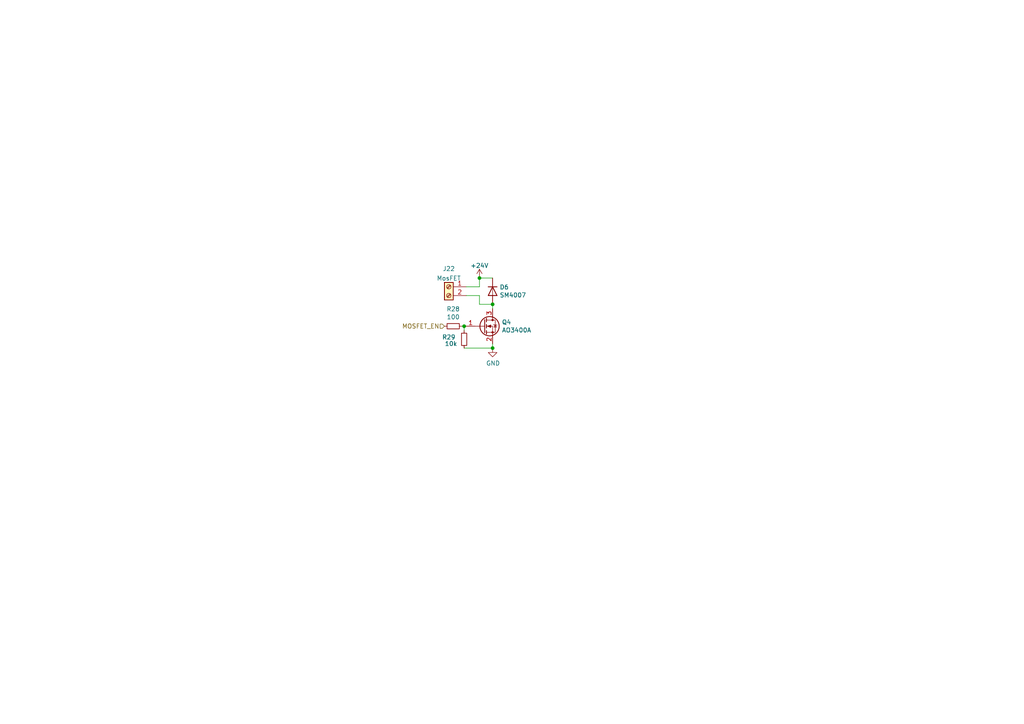
<source format=kicad_sch>
(kicad_sch (version 20211123) (generator eeschema)
  (paper "A4")
  (lib_symbols
    (symbol "Connector:Screw_Terminal_01x02" (pin_names (offset 1.016) hide)
      (property "Reference" "J" (at 0 2.54 0))
      (property "Value" "Screw_Terminal_01x02" (at 0 -5.08 0))
      (symbol "Screw_Terminal_01x02_1_1"
        (rectangle (start -1.27 1.27) (end 1.27 -3.81) (stroke (width 0.254)) (fill (type background)))
        (circle (center 0 -2.54) (radius 0.635) (stroke (width 0.1524)))
        (polyline (pts (xy -0.5334 -2.2098) (xy 0.3302 -3.048)) (stroke (width 0.1524)))
        (polyline (pts (xy -0.5334 0.3302) (xy 0.3302 -0.508)) (stroke (width 0.1524)))
        (polyline (pts (xy -0.3556 -2.032) (xy 0.508 -2.8702)) (stroke (width 0.1524)))
        (polyline (pts (xy -0.3556 0.508) (xy 0.508 -0.3302)) (stroke (width 0.1524)))
        (circle (center 0 0) (radius 0.635) (stroke (width 0.1524)))
        (pin passive line (at -5.08 0 0) (length 3.81) (name "Pin_1") (number "1"))
        (pin passive line (at -5.08 -2.54 0) (length 3.81) (name "Pin_2") (number "2"))
      )
    )
    (symbol "Device:R_Small" (pin_numbers hide) (pin_names (offset 0.254) hide)
      (property "Reference" "R" (at 0.762 0.508 0))
      (property "Value" "R_Small" (at 0.762 -1.016 0))
      (symbol "R_Small_0_1"
        (rectangle (start -0.762 1.778) (end 0.762 -1.778) (stroke (width 0.2032)))
      )
      (symbol "R_Small_1_1"
        (pin passive line (at 0 2.54 270) (length 0.762) (name "~") (number "1"))
        (pin passive line (at 0 -2.54 90) (length 0.762) (name "~") (number "2"))
      )
    )
    (symbol "Diode:SM4007" (pin_numbers hide) (pin_names (offset 1.016) hide)
      (property "Reference" "D" (at 0 2.54 0))
      (property "Value" "SM4007" (at 0 -2.54 0))
      (symbol "SM4007_0_1"
        (polyline (pts (xy -1.27 1.27) (xy -1.27 -1.27)) (stroke (width 0.254)))
        (polyline (pts (xy 1.27 0) (xy -1.27 0)))
        (polyline (pts (xy 1.27 1.27) (xy 1.27 -1.27) (xy -1.27 0) (xy 1.27 1.27)) (stroke (width 0.254)))
      )
      (symbol "SM4007_1_1"
        (pin passive line (at -3.81 0 0) (length 2.54) (name "K") (number "1"))
        (pin passive line (at 3.81 0 180) (length 2.54) (name "A") (number "2"))
      )
    )
    (symbol "Transistor_FET:AO3400A" (pin_names hide)
      (property "Reference" "Q" (at 5.08 1.905 0))
      (property "Value" "AO3400A" (at 5.08 0 0))
      (symbol "AO3400A_0_1"
        (polyline (pts (xy 0.254 0) (xy -2.54 0)))
        (polyline (pts (xy 0.254 1.905) (xy 0.254 -1.905)) (stroke (width 0.254)))
        (polyline (pts (xy 0.762 -1.27) (xy 0.762 -2.286)) (stroke (width 0.254)))
        (polyline (pts (xy 0.762 0.508) (xy 0.762 -0.508)) (stroke (width 0.254)))
        (polyline (pts (xy 0.762 2.286) (xy 0.762 1.27)) (stroke (width 0.254)))
        (polyline (pts (xy 2.54 2.54) (xy 2.54 1.778)))
        (polyline (pts (xy 2.54 -2.54) (xy 2.54 0) (xy 0.762 0)))
        (polyline (pts (xy 0.762 -1.778) (xy 3.302 -1.778) (xy 3.302 1.778) (xy 0.762 1.778)))
        (polyline (pts (xy 1.016 0) (xy 2.032 0.381) (xy 2.032 -0.381) (xy 1.016 0)) (fill (type outline)))
        (polyline (pts (xy 2.794 0.508) (xy 2.921 0.381) (xy 3.683 0.381) (xy 3.81 0.254)))
        (polyline (pts (xy 3.302 0.381) (xy 2.921 -0.254) (xy 3.683 -0.254) (xy 3.302 0.381)))
        (circle (center 1.651 0) (radius 2.794) (stroke (width 0.254)))
        (circle (center 2.54 -1.778) (radius 0.254) (fill (type outline)))
        (circle (center 2.54 1.778) (radius 0.254) (fill (type outline)))
      )
      (symbol "AO3400A_1_1"
        (pin input line (at -5.08 0 0) (length 2.54) (name "G") (number "1"))
        (pin passive line (at 2.54 -5.08 90) (length 2.54) (name "S") (number "2"))
        (pin passive line (at 2.54 5.08 270) (length 2.54) (name "D") (number "3"))
      )
    )
    (symbol "power:+24V" (power) (pin_names (offset 0))
      (property "Value" "+24V" (at 0 3.556 0))
      (symbol "+24V_0_1"
        (polyline (pts (xy -0.762 1.27) (xy 0 2.54)))
        (polyline (pts (xy 0 0) (xy 0 2.54)))
        (polyline (pts (xy 0 2.54) (xy 0.762 1.27)))
      )
      (symbol "+24V_1_1"
        (pin power_in line (at 0 0 90) (length 0) hide (name "+24V") (number "1"))
      )
    )
    (symbol "power:GND" (power) (pin_names (offset 0))
      (property "Value" "GND" (at 0 -3.81 0))
      (symbol "GND_0_1"
        (polyline (pts (xy 0 0) (xy 0 -1.27) (xy 1.27 -1.27) (xy 0 -2.54) (xy -1.27 -1.27) (xy 0 -1.27)))
      )
      (symbol "GND_1_1"
        (pin power_in line (at 0 0 270) (length 0) hide (name "GND") (number "1"))
      )
    )
  )
  (junction (at 134.62 94.615))
  (junction (at 142.875 100.965))
  (junction (at 139.065 80.645))
  (junction (at 142.875 88.265))
  (wire (pts (xy 142.875 89.535) (xy 142.875 88.265)))
  (wire (pts (xy 135.255 83.185) (xy 139.065 83.185)))
  (wire (pts (xy 139.065 85.725) (xy 135.255 85.725)))
  (wire (pts (xy 134.62 95.885) (xy 134.62 94.615)))
  (wire (pts (xy 133.985 94.615) (xy 134.62 94.615)))
  (wire (pts (xy 134.62 100.965) (xy 142.875 100.965)))
  (wire (pts (xy 139.065 85.725) (xy 139.065 88.265)))
  (wire (pts (xy 139.065 83.185) (xy 139.065 80.645)))
  (wire (pts (xy 142.875 88.265) (xy 139.065 88.265)))
  (wire (pts (xy 142.875 80.645) (xy 139.065 80.645)))
  (wire (pts (xy 134.62 94.615) (xy 135.255 94.615)))
  (wire (pts (xy 142.875 99.695) (xy 142.875 100.965)))
  (hierarchical_label "MOSFET_EN" (shape input) (at 128.905 94.615 180))
  (symbol (lib_id "Device:R_Small") (at 131.445 94.615 90)
    (property "Reference" "R28" (at 131.445 89.6366 90))
    (property "Value" "100" (at 131.445 91.948 90))
    (property "Footprint" "Resistor_SMD:R_0805_2012Metric_Pad1.20x1.40mm_HandSolder" (effects hide))
    (property "JLCPCB" "C28636" (effects hide))
    (property "LCSC" "C28636" (effects hide))
    (property "Digikey" "RHM560AHCT-ND" (effects hide))
    (property "Mouser" "667-ERJ-6ENF5600V" (effects hide))
  )
  (symbol (lib_id "power:GND") (at 142.875 100.965 0)
    (property "Reference" "#PWR0112" (effects hide))
    (property "Value" "GND" (at 143.002 105.3592 0))
  )
  (symbol (lib_id "power:+24V") (at 139.065 80.645 0)
    (property "Reference" "#PWR0111" (effects hide))
    (property "Value" "+24V" (at 139.065 77.0405 0))
  )
  (symbol (lib_id "Transistor_FET:AO3400A") (at 140.335 94.615 0)
    (property "Reference" "Q4" (at 145.542 93.4466 0) (effects (justify left)))
    (property "Value" "AO3400A" (at 145.542 95.758 0) (effects (justify left)))
    (property "Footprint" "Package_TO_SOT_SMD:SOT-23" (effects hide))
    (property "Datasheet" "http://www.aosmd.com/pdfs/datasheet/AO3400A.pdf" (effects hide))
    (property "Mouser" "942-IRLML6344TRPBF" (effects hide))
    (property "LCSC" "C427382" (effects hide))
    (property "JLCPCB" "C332101" (effects hide))
    (property "Digikey" "IRLML6344TRPBFCT-ND" (effects hide))
  )
  (symbol (lib_id "Device:R_Small") (at 134.62 98.425 180)
    (property "Reference" "R29" (at 130.175 97.79 0))
    (property "Value" "10k" (at 130.81 99.695 0))
    (property "Footprint" "Resistor_SMD:R_0805_2012Metric_Pad1.20x1.40mm_HandSolder" (effects hide))
    (property "Datasheet" "https://www.vishay.com/docs/20035/dcrcwe3.pdf" (effects hide))
    (property "JLCPCB" "C4360" (effects hide))
    (property "LCSC" "C139879" (effects hide))
    (property "Digikey" "541-36.0KCCT-ND" (effects hide))
    (property "Mouser" "71-CRCW080536K0FKEA" (effects hide))
  )
  (symbol (lib_id "Diode:SM4007") (at 142.875 84.455 270)
    (property "Reference" "D6" (at 144.907 83.2866 90) (effects (justify left)))
    (property "Value" "SM4007" (at 144.907 85.598 90) (effects (justify left)))
    (property "Footprint" "Diode_SMD:D_SOD-123F" (effects hide))
    (property "Datasheet" "http://cdn-reichelt.de/documents/datenblatt/A400/SMD1N400%23DIO.pdf" (effects hide))
    (property "JLCPCB" "C64898" (effects hide))
    (property "LCSC" "C64898" (effects hide))
    (property "Digikey" "SM4007PL-TPMSCT-ND" (effects hide))
    (property "Mouser" "833-SM4007PL-TP" (effects hide))
  )
  (symbol (lib_id "Connector:Screw_Terminal_01x02") (at 130.175 83.185 0) (mirror y)
    (property "Reference" "J22" (at 130.175 77.9485 0))
    (property "Value" "MosFET" (at 130.175 80.7236 0))
    (property "Footprint" "Connector_Phoenix_MC:PhoenixContact_MC_1,5_2-G-3.5_1x02_P3.50mm_Horizontal" (effects hide))
  )
)
</source>
